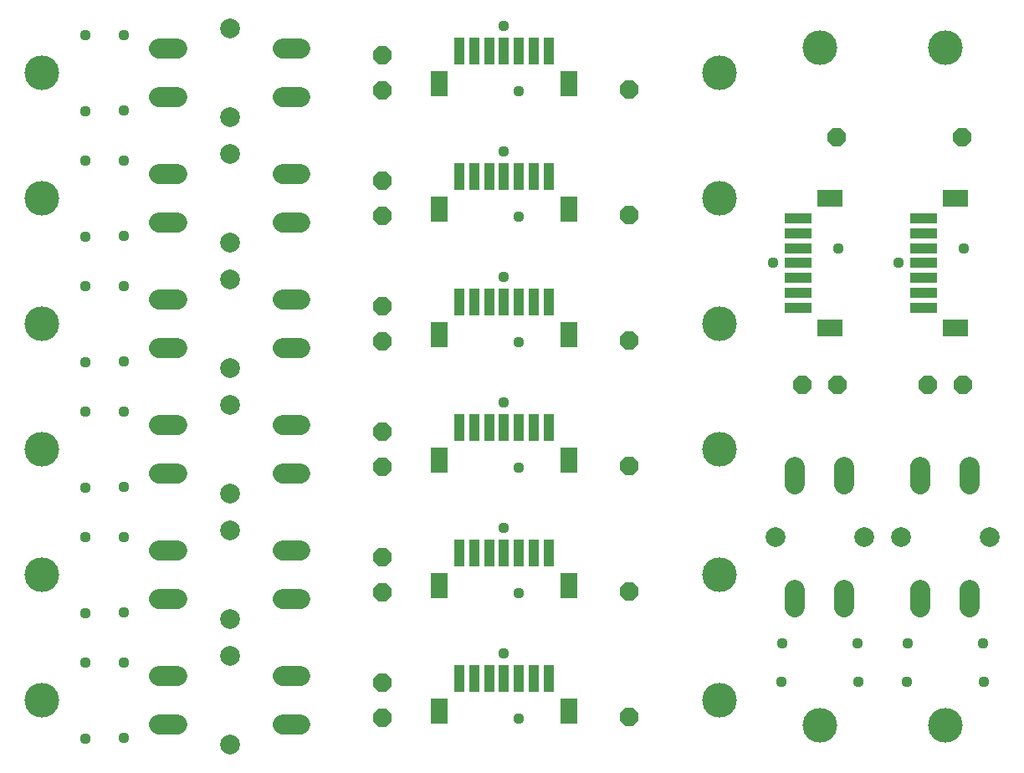
<source format=gbs>
G75*
G70*
%OFA0B0*%
%FSLAX24Y24*%
%IPPOS*%
%LPD*%
%AMOC8*
5,1,8,0,0,1.08239X$1,22.5*
%
%ADD10OC8,0.0730*%
%ADD11C,0.1380*%
%ADD12C,0.0785*%
%ADD13C,0.0790*%
%ADD14R,0.0395X0.1064*%
%ADD15R,0.0671X0.0986*%
%ADD16R,0.1064X0.0395*%
%ADD17R,0.0986X0.0671*%
%ADD18C,0.0437*%
D10*
X015210Y001992D03*
X015210Y003370D03*
X015210Y006992D03*
X015210Y008370D03*
X015210Y011992D03*
X015210Y013370D03*
X015210Y016992D03*
X015210Y018370D03*
X015210Y021992D03*
X015210Y023370D03*
X015210Y026992D03*
X015210Y028370D03*
X025072Y027012D03*
X025072Y022012D03*
X025072Y017012D03*
X025072Y012012D03*
X025072Y007012D03*
X025072Y002012D03*
X031962Y015240D03*
X033340Y015240D03*
X036962Y015240D03*
X038340Y015240D03*
X038320Y025103D03*
X033320Y025103D03*
D11*
X001651Y002681D03*
X001651Y007681D03*
X001651Y012681D03*
X001651Y017681D03*
X001651Y022681D03*
X001651Y027681D03*
X028651Y027681D03*
X032651Y028681D03*
X037651Y028681D03*
X028651Y022681D03*
X028651Y017681D03*
X028651Y012681D03*
X028651Y007681D03*
X028651Y002681D03*
X032651Y001681D03*
X037651Y001681D03*
D12*
X036671Y006369D02*
X036671Y007074D01*
X038631Y007074D02*
X038631Y006369D01*
X033631Y006369D02*
X033631Y007074D01*
X031671Y007074D02*
X031671Y006369D01*
X031671Y011289D02*
X031671Y011994D01*
X033631Y011994D02*
X033631Y011289D01*
X036671Y011289D02*
X036671Y011994D01*
X038631Y011994D02*
X038631Y011289D01*
X011964Y011701D02*
X011259Y011701D01*
X011259Y013661D02*
X011964Y013661D01*
X011964Y016701D02*
X011259Y016701D01*
X011259Y018661D02*
X011964Y018661D01*
X011964Y021701D02*
X011259Y021701D01*
X011259Y023661D02*
X011964Y023661D01*
X011964Y026701D02*
X011259Y026701D01*
X011259Y028661D02*
X011964Y028661D01*
X007044Y028661D02*
X006339Y028661D01*
X006339Y026701D02*
X007044Y026701D01*
X007044Y023661D02*
X006339Y023661D01*
X006339Y021701D02*
X007044Y021701D01*
X007044Y018661D02*
X006339Y018661D01*
X006339Y016701D02*
X007044Y016701D01*
X007044Y013661D02*
X006339Y013661D01*
X006339Y011701D02*
X007044Y011701D01*
X007044Y008661D02*
X006339Y008661D01*
X006339Y006701D02*
X007044Y006701D01*
X007044Y003661D02*
X006339Y003661D01*
X006339Y001701D02*
X007044Y001701D01*
X011259Y001701D02*
X011964Y001701D01*
X011964Y003661D02*
X011259Y003661D01*
X011259Y006701D02*
X011964Y006701D01*
X011964Y008661D02*
X011259Y008661D01*
D13*
X009151Y009451D03*
X009151Y010911D03*
X009151Y014451D03*
X009151Y015911D03*
X009151Y019451D03*
X009151Y020911D03*
X009151Y024451D03*
X009151Y025911D03*
X009151Y029451D03*
X030881Y009181D03*
X034421Y009181D03*
X035881Y009181D03*
X039421Y009181D03*
X009151Y005911D03*
X009151Y004451D03*
X009151Y000911D03*
D14*
X018301Y003542D03*
X018891Y003542D03*
X019482Y003542D03*
X020072Y003542D03*
X020663Y003542D03*
X021254Y003542D03*
X021844Y003542D03*
X021844Y008542D03*
X021254Y008542D03*
X020663Y008542D03*
X020072Y008542D03*
X019482Y008542D03*
X018891Y008542D03*
X018301Y008542D03*
X018301Y013542D03*
X018891Y013542D03*
X019482Y013542D03*
X020072Y013542D03*
X020663Y013542D03*
X021254Y013542D03*
X021844Y013542D03*
X021844Y018542D03*
X021254Y018542D03*
X020663Y018542D03*
X020072Y018542D03*
X019482Y018542D03*
X018891Y018542D03*
X018301Y018542D03*
X018301Y023542D03*
X018891Y023542D03*
X019482Y023542D03*
X020072Y023542D03*
X020663Y023542D03*
X021254Y023542D03*
X021844Y023542D03*
X021844Y028542D03*
X021254Y028542D03*
X020663Y028542D03*
X020072Y028542D03*
X019482Y028542D03*
X018891Y028542D03*
X018301Y028542D03*
D15*
X017494Y027262D03*
X022651Y027262D03*
X022651Y022262D03*
X017494Y022262D03*
X017494Y017262D03*
X022651Y017262D03*
X022651Y012262D03*
X017494Y012262D03*
X017494Y007262D03*
X022651Y007262D03*
X022651Y002262D03*
X017494Y002262D03*
D16*
X031791Y018331D03*
X031791Y018922D03*
X031791Y019512D03*
X031791Y020103D03*
X031791Y020693D03*
X031791Y021284D03*
X031791Y021874D03*
X036791Y021874D03*
X036791Y021284D03*
X036791Y020693D03*
X036791Y020103D03*
X036791Y019512D03*
X036791Y018922D03*
X036791Y018331D03*
D17*
X038070Y017524D03*
X033070Y017524D03*
X033070Y022681D03*
X038070Y022681D03*
D18*
X038380Y020683D03*
X035785Y020101D03*
X033380Y020683D03*
X030785Y020101D03*
X020653Y021953D03*
X020070Y019548D03*
X020653Y016953D03*
X020070Y014548D03*
X020653Y011953D03*
X020070Y009548D03*
X020653Y006953D03*
X020070Y004548D03*
X020653Y001953D03*
X031137Y003416D03*
X031151Y004945D03*
X034157Y004947D03*
X034175Y003416D03*
X036137Y003416D03*
X036151Y004945D03*
X039157Y004947D03*
X039175Y003416D03*
X020070Y024548D03*
X020653Y026953D03*
X020070Y029548D03*
X004915Y029181D03*
X003385Y029195D03*
X003385Y026158D03*
X004917Y026176D03*
X004915Y024181D03*
X003385Y024195D03*
X003385Y021158D03*
X004917Y021176D03*
X004915Y019181D03*
X003385Y019195D03*
X004917Y016176D03*
X003385Y016158D03*
X003385Y014195D03*
X004915Y014181D03*
X004917Y011176D03*
X003385Y011158D03*
X003385Y009195D03*
X004915Y009181D03*
X004917Y006176D03*
X003385Y006158D03*
X003385Y004195D03*
X004915Y004181D03*
X004917Y001176D03*
X003385Y001158D03*
M02*

</source>
